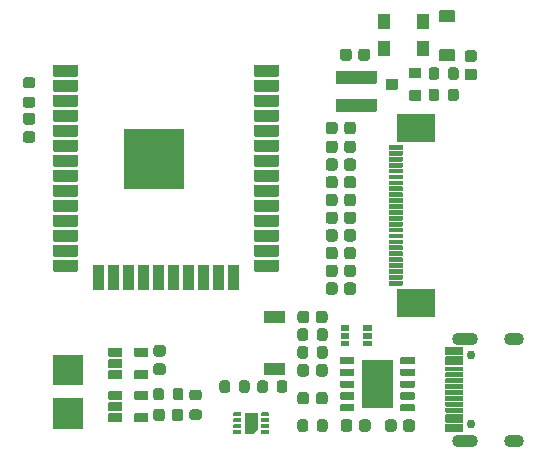
<source format=gbr>
%TF.GenerationSoftware,KiCad,Pcbnew,(5.1.8)-1*%
%TF.CreationDate,2021-08-10T17:59:01+08:00*%
%TF.ProjectId,smartdisplay,736d6172-7464-4697-9370-6c61792e6b69,rev?*%
%TF.SameCoordinates,Original*%
%TF.FileFunction,Soldermask,Top*%
%TF.FilePolarity,Negative*%
%FSLAX46Y46*%
G04 Gerber Fmt 4.6, Leading zero omitted, Abs format (unit mm)*
G04 Created by KiCad (PCBNEW (5.1.8)-1) date 2021-08-10 17:59:01*
%MOMM*%
%LPD*%
G01*
G04 APERTURE LIST*
%ADD10C,0.350000*%
%ADD11O,2.200000X1.100000*%
%ADD12C,0.750000*%
%ADD13O,1.700000X1.100000*%
G04 APERTURE END LIST*
%TO.C,C9*%
G36*
G01*
X194525000Y-67575000D02*
X195075000Y-67575000D01*
G75*
G02*
X195325000Y-67825000I0J-250000D01*
G01*
X195325000Y-68325000D01*
G75*
G02*
X195075000Y-68575000I-250000J0D01*
G01*
X194525000Y-68575000D01*
G75*
G02*
X194275000Y-68325000I0J250000D01*
G01*
X194275000Y-67825000D01*
G75*
G02*
X194525000Y-67575000I250000J0D01*
G01*
G37*
G36*
G01*
X194525000Y-66025000D02*
X195075000Y-66025000D01*
G75*
G02*
X195325000Y-66275000I0J-250000D01*
G01*
X195325000Y-66775000D01*
G75*
G02*
X195075000Y-67025000I-250000J0D01*
G01*
X194525000Y-67025000D01*
G75*
G02*
X194275000Y-66775000I0J250000D01*
G01*
X194275000Y-66275000D01*
G75*
G02*
X194525000Y-66025000I250000J0D01*
G01*
G37*
%TD*%
%TO.C,L1*%
G36*
G01*
X186800000Y-68855000D02*
X183400000Y-68855000D01*
G75*
G02*
X183350000Y-68805000I0J50000D01*
G01*
X183350000Y-67825000D01*
G75*
G02*
X183400000Y-67775000I50000J0D01*
G01*
X186800000Y-67775000D01*
G75*
G02*
X186850000Y-67825000I0J-50000D01*
G01*
X186850000Y-68805000D01*
G75*
G02*
X186800000Y-68855000I-50000J0D01*
G01*
G37*
G36*
G01*
X186800000Y-71225000D02*
X183400000Y-71225000D01*
G75*
G02*
X183350000Y-71175000I0J50000D01*
G01*
X183350000Y-70195000D01*
G75*
G02*
X183400000Y-70145000I50000J0D01*
G01*
X186800000Y-70145000D01*
G75*
G02*
X186850000Y-70195000I0J-50000D01*
G01*
X186850000Y-71175000D01*
G75*
G02*
X186800000Y-71225000I-50000J0D01*
G01*
G37*
%TD*%
%TO.C,R5*%
G36*
G01*
X192875000Y-68300000D02*
X192875000Y-67700000D01*
G75*
G02*
X193100000Y-67475000I225000J0D01*
G01*
X193550000Y-67475000D01*
G75*
G02*
X193775000Y-67700000I0J-225000D01*
G01*
X193775000Y-68300000D01*
G75*
G02*
X193550000Y-68525000I-225000J0D01*
G01*
X193100000Y-68525000D01*
G75*
G02*
X192875000Y-68300000I0J225000D01*
G01*
G37*
G36*
G01*
X191225000Y-68300000D02*
X191225000Y-67700000D01*
G75*
G02*
X191450000Y-67475000I225000J0D01*
G01*
X191900000Y-67475000D01*
G75*
G02*
X192125000Y-67700000I0J-225000D01*
G01*
X192125000Y-68300000D01*
G75*
G02*
X191900000Y-68525000I-225000J0D01*
G01*
X191450000Y-68525000D01*
G75*
G02*
X191225000Y-68300000I0J225000D01*
G01*
G37*
%TD*%
%TO.C,R4*%
G36*
G01*
X192875000Y-70100000D02*
X192875000Y-69500000D01*
G75*
G02*
X193100000Y-69275000I225000J0D01*
G01*
X193550000Y-69275000D01*
G75*
G02*
X193775000Y-69500000I0J-225000D01*
G01*
X193775000Y-70100000D01*
G75*
G02*
X193550000Y-70325000I-225000J0D01*
G01*
X193100000Y-70325000D01*
G75*
G02*
X192875000Y-70100000I0J225000D01*
G01*
G37*
G36*
G01*
X191225000Y-70100000D02*
X191225000Y-69500000D01*
G75*
G02*
X191450000Y-69275000I225000J0D01*
G01*
X191900000Y-69275000D01*
G75*
G02*
X192125000Y-69500000I0J-225000D01*
G01*
X192125000Y-70100000D01*
G75*
G02*
X191900000Y-70325000I-225000J0D01*
G01*
X191450000Y-70325000D01*
G75*
G02*
X191225000Y-70100000I0J225000D01*
G01*
G37*
%TD*%
%TO.C,Q1*%
G36*
G01*
X188600000Y-68500000D02*
X188600000Y-69300000D01*
G75*
G02*
X188550000Y-69350000I-50000J0D01*
G01*
X187650000Y-69350000D01*
G75*
G02*
X187600000Y-69300000I0J50000D01*
G01*
X187600000Y-68500000D01*
G75*
G02*
X187650000Y-68450000I50000J0D01*
G01*
X188550000Y-68450000D01*
G75*
G02*
X188600000Y-68500000I0J-50000D01*
G01*
G37*
G36*
G01*
X190600000Y-67550000D02*
X190600000Y-68350000D01*
G75*
G02*
X190550000Y-68400000I-50000J0D01*
G01*
X189650000Y-68400000D01*
G75*
G02*
X189600000Y-68350000I0J50000D01*
G01*
X189600000Y-67550000D01*
G75*
G02*
X189650000Y-67500000I50000J0D01*
G01*
X190550000Y-67500000D01*
G75*
G02*
X190600000Y-67550000I0J-50000D01*
G01*
G37*
G36*
G01*
X190600000Y-69450000D02*
X190600000Y-70250000D01*
G75*
G02*
X190550000Y-70300000I-50000J0D01*
G01*
X189650000Y-70300000D01*
G75*
G02*
X189600000Y-70250000I0J50000D01*
G01*
X189600000Y-69450000D01*
G75*
G02*
X189650000Y-69400000I50000J0D01*
G01*
X190550000Y-69400000D01*
G75*
G02*
X190600000Y-69450000I0J-50000D01*
G01*
G37*
%TD*%
%TO.C,D5*%
G36*
G01*
X193400000Y-63650000D02*
X192200000Y-63650000D01*
G75*
G02*
X192150000Y-63600000I0J50000D01*
G01*
X192150000Y-62700000D01*
G75*
G02*
X192200000Y-62650000I50000J0D01*
G01*
X193400000Y-62650000D01*
G75*
G02*
X193450000Y-62700000I0J-50000D01*
G01*
X193450000Y-63600000D01*
G75*
G02*
X193400000Y-63650000I-50000J0D01*
G01*
G37*
G36*
G01*
X193400000Y-66950000D02*
X192200000Y-66950000D01*
G75*
G02*
X192150000Y-66900000I0J50000D01*
G01*
X192150000Y-66000000D01*
G75*
G02*
X192200000Y-65950000I50000J0D01*
G01*
X193400000Y-65950000D01*
G75*
G02*
X193450000Y-66000000I0J-50000D01*
G01*
X193450000Y-66900000D01*
G75*
G02*
X193400000Y-66950000I-50000J0D01*
G01*
G37*
%TD*%
%TO.C,D1*%
G36*
G01*
X190250000Y-66500000D02*
X190250000Y-65300000D01*
G75*
G02*
X190300000Y-65250000I50000J0D01*
G01*
X191200000Y-65250000D01*
G75*
G02*
X191250000Y-65300000I0J-50000D01*
G01*
X191250000Y-66500000D01*
G75*
G02*
X191200000Y-66550000I-50000J0D01*
G01*
X190300000Y-66550000D01*
G75*
G02*
X190250000Y-66500000I0J50000D01*
G01*
G37*
G36*
G01*
X186950000Y-66500000D02*
X186950000Y-65300000D01*
G75*
G02*
X187000000Y-65250000I50000J0D01*
G01*
X187900000Y-65250000D01*
G75*
G02*
X187950000Y-65300000I0J-50000D01*
G01*
X187950000Y-66500000D01*
G75*
G02*
X187900000Y-66550000I-50000J0D01*
G01*
X187000000Y-66550000D01*
G75*
G02*
X186950000Y-66500000I0J50000D01*
G01*
G37*
%TD*%
%TO.C,D4*%
G36*
G01*
X187950000Y-63000000D02*
X187950000Y-64200000D01*
G75*
G02*
X187900000Y-64250000I-50000J0D01*
G01*
X187000000Y-64250000D01*
G75*
G02*
X186950000Y-64200000I0J50000D01*
G01*
X186950000Y-63000000D01*
G75*
G02*
X187000000Y-62950000I50000J0D01*
G01*
X187900000Y-62950000D01*
G75*
G02*
X187950000Y-63000000I0J-50000D01*
G01*
G37*
G36*
G01*
X191250000Y-63000000D02*
X191250000Y-64200000D01*
G75*
G02*
X191200000Y-64250000I-50000J0D01*
G01*
X190300000Y-64250000D01*
G75*
G02*
X190250000Y-64200000I0J50000D01*
G01*
X190250000Y-63000000D01*
G75*
G02*
X190300000Y-62950000I50000J0D01*
G01*
X191200000Y-62950000D01*
G75*
G02*
X191250000Y-63000000I0J-50000D01*
G01*
G37*
%TD*%
%TO.C,C15*%
G36*
G01*
X183525000Y-85925000D02*
X183525000Y-86475000D01*
G75*
G02*
X183275000Y-86725000I-250000J0D01*
G01*
X182775000Y-86725000D01*
G75*
G02*
X182525000Y-86475000I0J250000D01*
G01*
X182525000Y-85925000D01*
G75*
G02*
X182775000Y-85675000I250000J0D01*
G01*
X183275000Y-85675000D01*
G75*
G02*
X183525000Y-85925000I0J-250000D01*
G01*
G37*
G36*
G01*
X185075000Y-85925000D02*
X185075000Y-86475000D01*
G75*
G02*
X184825000Y-86725000I-250000J0D01*
G01*
X184325000Y-86725000D01*
G75*
G02*
X184075000Y-86475000I0J250000D01*
G01*
X184075000Y-85925000D01*
G75*
G02*
X184325000Y-85675000I250000J0D01*
G01*
X184825000Y-85675000D01*
G75*
G02*
X185075000Y-85925000I0J-250000D01*
G01*
G37*
%TD*%
%TO.C,C14*%
G36*
G01*
X183525000Y-84425000D02*
X183525000Y-84975000D01*
G75*
G02*
X183275000Y-85225000I-250000J0D01*
G01*
X182775000Y-85225000D01*
G75*
G02*
X182525000Y-84975000I0J250000D01*
G01*
X182525000Y-84425000D01*
G75*
G02*
X182775000Y-84175000I250000J0D01*
G01*
X183275000Y-84175000D01*
G75*
G02*
X183525000Y-84425000I0J-250000D01*
G01*
G37*
G36*
G01*
X185075000Y-84425000D02*
X185075000Y-84975000D01*
G75*
G02*
X184825000Y-85225000I-250000J0D01*
G01*
X184325000Y-85225000D01*
G75*
G02*
X184075000Y-84975000I0J250000D01*
G01*
X184075000Y-84425000D01*
G75*
G02*
X184325000Y-84175000I250000J0D01*
G01*
X184825000Y-84175000D01*
G75*
G02*
X185075000Y-84425000I0J-250000D01*
G01*
G37*
%TD*%
%TO.C,C13*%
G36*
G01*
X183525000Y-82925000D02*
X183525000Y-83475000D01*
G75*
G02*
X183275000Y-83725000I-250000J0D01*
G01*
X182775000Y-83725000D01*
G75*
G02*
X182525000Y-83475000I0J250000D01*
G01*
X182525000Y-82925000D01*
G75*
G02*
X182775000Y-82675000I250000J0D01*
G01*
X183275000Y-82675000D01*
G75*
G02*
X183525000Y-82925000I0J-250000D01*
G01*
G37*
G36*
G01*
X185075000Y-82925000D02*
X185075000Y-83475000D01*
G75*
G02*
X184825000Y-83725000I-250000J0D01*
G01*
X184325000Y-83725000D01*
G75*
G02*
X184075000Y-83475000I0J250000D01*
G01*
X184075000Y-82925000D01*
G75*
G02*
X184325000Y-82675000I250000J0D01*
G01*
X184825000Y-82675000D01*
G75*
G02*
X185075000Y-82925000I0J-250000D01*
G01*
G37*
%TD*%
%TO.C,C12*%
G36*
G01*
X183525000Y-81425000D02*
X183525000Y-81975000D01*
G75*
G02*
X183275000Y-82225000I-250000J0D01*
G01*
X182775000Y-82225000D01*
G75*
G02*
X182525000Y-81975000I0J250000D01*
G01*
X182525000Y-81425000D01*
G75*
G02*
X182775000Y-81175000I250000J0D01*
G01*
X183275000Y-81175000D01*
G75*
G02*
X183525000Y-81425000I0J-250000D01*
G01*
G37*
G36*
G01*
X185075000Y-81425000D02*
X185075000Y-81975000D01*
G75*
G02*
X184825000Y-82225000I-250000J0D01*
G01*
X184325000Y-82225000D01*
G75*
G02*
X184075000Y-81975000I0J250000D01*
G01*
X184075000Y-81425000D01*
G75*
G02*
X184325000Y-81175000I250000J0D01*
G01*
X184825000Y-81175000D01*
G75*
G02*
X185075000Y-81425000I0J-250000D01*
G01*
G37*
%TD*%
%TO.C,C11*%
G36*
G01*
X183525000Y-79925000D02*
X183525000Y-80475000D01*
G75*
G02*
X183275000Y-80725000I-250000J0D01*
G01*
X182775000Y-80725000D01*
G75*
G02*
X182525000Y-80475000I0J250000D01*
G01*
X182525000Y-79925000D01*
G75*
G02*
X182775000Y-79675000I250000J0D01*
G01*
X183275000Y-79675000D01*
G75*
G02*
X183525000Y-79925000I0J-250000D01*
G01*
G37*
G36*
G01*
X185075000Y-79925000D02*
X185075000Y-80475000D01*
G75*
G02*
X184825000Y-80725000I-250000J0D01*
G01*
X184325000Y-80725000D01*
G75*
G02*
X184075000Y-80475000I0J250000D01*
G01*
X184075000Y-79925000D01*
G75*
G02*
X184325000Y-79675000I250000J0D01*
G01*
X184825000Y-79675000D01*
G75*
G02*
X185075000Y-79925000I0J-250000D01*
G01*
G37*
%TD*%
%TO.C,C10*%
G36*
G01*
X183525000Y-78425000D02*
X183525000Y-78975000D01*
G75*
G02*
X183275000Y-79225000I-250000J0D01*
G01*
X182775000Y-79225000D01*
G75*
G02*
X182525000Y-78975000I0J250000D01*
G01*
X182525000Y-78425000D01*
G75*
G02*
X182775000Y-78175000I250000J0D01*
G01*
X183275000Y-78175000D01*
G75*
G02*
X183525000Y-78425000I0J-250000D01*
G01*
G37*
G36*
G01*
X185075000Y-78425000D02*
X185075000Y-78975000D01*
G75*
G02*
X184825000Y-79225000I-250000J0D01*
G01*
X184325000Y-79225000D01*
G75*
G02*
X184075000Y-78975000I0J250000D01*
G01*
X184075000Y-78425000D01*
G75*
G02*
X184325000Y-78175000I250000J0D01*
G01*
X184825000Y-78175000D01*
G75*
G02*
X185075000Y-78425000I0J-250000D01*
G01*
G37*
%TD*%
%TO.C,C8*%
G36*
G01*
X184075000Y-72875000D02*
X184075000Y-72325000D01*
G75*
G02*
X184325000Y-72075000I250000J0D01*
G01*
X184825000Y-72075000D01*
G75*
G02*
X185075000Y-72325000I0J-250000D01*
G01*
X185075000Y-72875000D01*
G75*
G02*
X184825000Y-73125000I-250000J0D01*
G01*
X184325000Y-73125000D01*
G75*
G02*
X184075000Y-72875000I0J250000D01*
G01*
G37*
G36*
G01*
X182525000Y-72875000D02*
X182525000Y-72325000D01*
G75*
G02*
X182775000Y-72075000I250000J0D01*
G01*
X183275000Y-72075000D01*
G75*
G02*
X183525000Y-72325000I0J-250000D01*
G01*
X183525000Y-72875000D01*
G75*
G02*
X183275000Y-73125000I-250000J0D01*
G01*
X182775000Y-73125000D01*
G75*
G02*
X182525000Y-72875000I0J250000D01*
G01*
G37*
%TD*%
%TO.C,C7*%
G36*
G01*
X183525000Y-76925000D02*
X183525000Y-77475000D01*
G75*
G02*
X183275000Y-77725000I-250000J0D01*
G01*
X182775000Y-77725000D01*
G75*
G02*
X182525000Y-77475000I0J250000D01*
G01*
X182525000Y-76925000D01*
G75*
G02*
X182775000Y-76675000I250000J0D01*
G01*
X183275000Y-76675000D01*
G75*
G02*
X183525000Y-76925000I0J-250000D01*
G01*
G37*
G36*
G01*
X185075000Y-76925000D02*
X185075000Y-77475000D01*
G75*
G02*
X184825000Y-77725000I-250000J0D01*
G01*
X184325000Y-77725000D01*
G75*
G02*
X184075000Y-77475000I0J250000D01*
G01*
X184075000Y-76925000D01*
G75*
G02*
X184325000Y-76675000I250000J0D01*
G01*
X184825000Y-76675000D01*
G75*
G02*
X185075000Y-76925000I0J-250000D01*
G01*
G37*
%TD*%
%TO.C,C4*%
G36*
G01*
X184725000Y-66125000D02*
X184725000Y-66675000D01*
G75*
G02*
X184475000Y-66925000I-250000J0D01*
G01*
X183975000Y-66925000D01*
G75*
G02*
X183725000Y-66675000I0J250000D01*
G01*
X183725000Y-66125000D01*
G75*
G02*
X183975000Y-65875000I250000J0D01*
G01*
X184475000Y-65875000D01*
G75*
G02*
X184725000Y-66125000I0J-250000D01*
G01*
G37*
G36*
G01*
X186275000Y-66125000D02*
X186275000Y-66675000D01*
G75*
G02*
X186025000Y-66925000I-250000J0D01*
G01*
X185525000Y-66925000D01*
G75*
G02*
X185275000Y-66675000I0J250000D01*
G01*
X185275000Y-66125000D01*
G75*
G02*
X185525000Y-65875000I250000J0D01*
G01*
X186025000Y-65875000D01*
G75*
G02*
X186275000Y-66125000I0J-250000D01*
G01*
G37*
%TD*%
%TO.C,C2*%
G36*
G01*
X183525000Y-75425000D02*
X183525000Y-75975000D01*
G75*
G02*
X183275000Y-76225000I-250000J0D01*
G01*
X182775000Y-76225000D01*
G75*
G02*
X182525000Y-75975000I0J250000D01*
G01*
X182525000Y-75425000D01*
G75*
G02*
X182775000Y-75175000I250000J0D01*
G01*
X183275000Y-75175000D01*
G75*
G02*
X183525000Y-75425000I0J-250000D01*
G01*
G37*
G36*
G01*
X185075000Y-75425000D02*
X185075000Y-75975000D01*
G75*
G02*
X184825000Y-76225000I-250000J0D01*
G01*
X184325000Y-76225000D01*
G75*
G02*
X184075000Y-75975000I0J250000D01*
G01*
X184075000Y-75425000D01*
G75*
G02*
X184325000Y-75175000I250000J0D01*
G01*
X184825000Y-75175000D01*
G75*
G02*
X185075000Y-75425000I0J-250000D01*
G01*
G37*
%TD*%
%TO.C,C1*%
G36*
G01*
X183525000Y-73925000D02*
X183525000Y-74475000D01*
G75*
G02*
X183275000Y-74725000I-250000J0D01*
G01*
X182775000Y-74725000D01*
G75*
G02*
X182525000Y-74475000I0J250000D01*
G01*
X182525000Y-73925000D01*
G75*
G02*
X182775000Y-73675000I250000J0D01*
G01*
X183275000Y-73675000D01*
G75*
G02*
X183525000Y-73925000I0J-250000D01*
G01*
G37*
G36*
G01*
X185075000Y-73925000D02*
X185075000Y-74475000D01*
G75*
G02*
X184825000Y-74725000I-250000J0D01*
G01*
X184325000Y-74725000D01*
G75*
G02*
X184075000Y-74475000I0J250000D01*
G01*
X184075000Y-73925000D01*
G75*
G02*
X184325000Y-73675000I250000J0D01*
G01*
X184825000Y-73675000D01*
G75*
G02*
X185075000Y-73925000I0J-250000D01*
G01*
G37*
%TD*%
%TO.C,U3*%
G36*
G01*
X191700000Y-73780000D02*
X188600000Y-73780000D01*
G75*
G02*
X188550000Y-73730000I0J50000D01*
G01*
X188550000Y-71430000D01*
G75*
G02*
X188600000Y-71380000I50000J0D01*
G01*
X191700000Y-71380000D01*
G75*
G02*
X191750000Y-71430000I0J-50000D01*
G01*
X191750000Y-73730000D01*
G75*
G02*
X191700000Y-73780000I-50000J0D01*
G01*
G37*
G36*
G01*
X191700000Y-88620000D02*
X188600000Y-88620000D01*
G75*
G02*
X188550000Y-88570000I0J50000D01*
G01*
X188550000Y-86270000D01*
G75*
G02*
X188600000Y-86220000I50000J0D01*
G01*
X191700000Y-86220000D01*
G75*
G02*
X191750000Y-86270000I0J-50000D01*
G01*
X191750000Y-88570000D01*
G75*
G02*
X191700000Y-88620000I-50000J0D01*
G01*
G37*
G36*
G01*
X189000000Y-74450000D02*
X187900000Y-74450000D01*
G75*
G02*
X187850000Y-74400000I0J50000D01*
G01*
X187850000Y-74100000D01*
G75*
G02*
X187900000Y-74050000I50000J0D01*
G01*
X189000000Y-74050000D01*
G75*
G02*
X189050000Y-74100000I0J-50000D01*
G01*
X189050000Y-74400000D01*
G75*
G02*
X189000000Y-74450000I-50000J0D01*
G01*
G37*
G36*
G01*
X189000000Y-74950000D02*
X187900000Y-74950000D01*
G75*
G02*
X187850000Y-74900000I0J50000D01*
G01*
X187850000Y-74600000D01*
G75*
G02*
X187900000Y-74550000I50000J0D01*
G01*
X189000000Y-74550000D01*
G75*
G02*
X189050000Y-74600000I0J-50000D01*
G01*
X189050000Y-74900000D01*
G75*
G02*
X189000000Y-74950000I-50000J0D01*
G01*
G37*
G36*
G01*
X189000000Y-75450000D02*
X187900000Y-75450000D01*
G75*
G02*
X187850000Y-75400000I0J50000D01*
G01*
X187850000Y-75100000D01*
G75*
G02*
X187900000Y-75050000I50000J0D01*
G01*
X189000000Y-75050000D01*
G75*
G02*
X189050000Y-75100000I0J-50000D01*
G01*
X189050000Y-75400000D01*
G75*
G02*
X189000000Y-75450000I-50000J0D01*
G01*
G37*
G36*
G01*
X189000000Y-75950000D02*
X187900000Y-75950000D01*
G75*
G02*
X187850000Y-75900000I0J50000D01*
G01*
X187850000Y-75600000D01*
G75*
G02*
X187900000Y-75550000I50000J0D01*
G01*
X189000000Y-75550000D01*
G75*
G02*
X189050000Y-75600000I0J-50000D01*
G01*
X189050000Y-75900000D01*
G75*
G02*
X189000000Y-75950000I-50000J0D01*
G01*
G37*
G36*
G01*
X189000000Y-76450000D02*
X187900000Y-76450000D01*
G75*
G02*
X187850000Y-76400000I0J50000D01*
G01*
X187850000Y-76100000D01*
G75*
G02*
X187900000Y-76050000I50000J0D01*
G01*
X189000000Y-76050000D01*
G75*
G02*
X189050000Y-76100000I0J-50000D01*
G01*
X189050000Y-76400000D01*
G75*
G02*
X189000000Y-76450000I-50000J0D01*
G01*
G37*
G36*
G01*
X189000000Y-76950000D02*
X187900000Y-76950000D01*
G75*
G02*
X187850000Y-76900000I0J50000D01*
G01*
X187850000Y-76600000D01*
G75*
G02*
X187900000Y-76550000I50000J0D01*
G01*
X189000000Y-76550000D01*
G75*
G02*
X189050000Y-76600000I0J-50000D01*
G01*
X189050000Y-76900000D01*
G75*
G02*
X189000000Y-76950000I-50000J0D01*
G01*
G37*
G36*
G01*
X189000000Y-77450000D02*
X187900000Y-77450000D01*
G75*
G02*
X187850000Y-77400000I0J50000D01*
G01*
X187850000Y-77100000D01*
G75*
G02*
X187900000Y-77050000I50000J0D01*
G01*
X189000000Y-77050000D01*
G75*
G02*
X189050000Y-77100000I0J-50000D01*
G01*
X189050000Y-77400000D01*
G75*
G02*
X189000000Y-77450000I-50000J0D01*
G01*
G37*
G36*
G01*
X189000000Y-77950000D02*
X187900000Y-77950000D01*
G75*
G02*
X187850000Y-77900000I0J50000D01*
G01*
X187850000Y-77600000D01*
G75*
G02*
X187900000Y-77550000I50000J0D01*
G01*
X189000000Y-77550000D01*
G75*
G02*
X189050000Y-77600000I0J-50000D01*
G01*
X189050000Y-77900000D01*
G75*
G02*
X189000000Y-77950000I-50000J0D01*
G01*
G37*
G36*
G01*
X189000000Y-78450000D02*
X187900000Y-78450000D01*
G75*
G02*
X187850000Y-78400000I0J50000D01*
G01*
X187850000Y-78100000D01*
G75*
G02*
X187900000Y-78050000I50000J0D01*
G01*
X189000000Y-78050000D01*
G75*
G02*
X189050000Y-78100000I0J-50000D01*
G01*
X189050000Y-78400000D01*
G75*
G02*
X189000000Y-78450000I-50000J0D01*
G01*
G37*
G36*
G01*
X189000000Y-78950000D02*
X187900000Y-78950000D01*
G75*
G02*
X187850000Y-78900000I0J50000D01*
G01*
X187850000Y-78600000D01*
G75*
G02*
X187900000Y-78550000I50000J0D01*
G01*
X189000000Y-78550000D01*
G75*
G02*
X189050000Y-78600000I0J-50000D01*
G01*
X189050000Y-78900000D01*
G75*
G02*
X189000000Y-78950000I-50000J0D01*
G01*
G37*
G36*
G01*
X189000000Y-79450000D02*
X187900000Y-79450000D01*
G75*
G02*
X187850000Y-79400000I0J50000D01*
G01*
X187850000Y-79100000D01*
G75*
G02*
X187900000Y-79050000I50000J0D01*
G01*
X189000000Y-79050000D01*
G75*
G02*
X189050000Y-79100000I0J-50000D01*
G01*
X189050000Y-79400000D01*
G75*
G02*
X189000000Y-79450000I-50000J0D01*
G01*
G37*
G36*
G01*
X189000000Y-79950000D02*
X187900000Y-79950000D01*
G75*
G02*
X187850000Y-79900000I0J50000D01*
G01*
X187850000Y-79600000D01*
G75*
G02*
X187900000Y-79550000I50000J0D01*
G01*
X189000000Y-79550000D01*
G75*
G02*
X189050000Y-79600000I0J-50000D01*
G01*
X189050000Y-79900000D01*
G75*
G02*
X189000000Y-79950000I-50000J0D01*
G01*
G37*
G36*
G01*
X189000000Y-80450000D02*
X187900000Y-80450000D01*
G75*
G02*
X187850000Y-80400000I0J50000D01*
G01*
X187850000Y-80100000D01*
G75*
G02*
X187900000Y-80050000I50000J0D01*
G01*
X189000000Y-80050000D01*
G75*
G02*
X189050000Y-80100000I0J-50000D01*
G01*
X189050000Y-80400000D01*
G75*
G02*
X189000000Y-80450000I-50000J0D01*
G01*
G37*
G36*
G01*
X189000000Y-80950000D02*
X187900000Y-80950000D01*
G75*
G02*
X187850000Y-80900000I0J50000D01*
G01*
X187850000Y-80600000D01*
G75*
G02*
X187900000Y-80550000I50000J0D01*
G01*
X189000000Y-80550000D01*
G75*
G02*
X189050000Y-80600000I0J-50000D01*
G01*
X189050000Y-80900000D01*
G75*
G02*
X189000000Y-80950000I-50000J0D01*
G01*
G37*
G36*
G01*
X189000000Y-81450000D02*
X187900000Y-81450000D01*
G75*
G02*
X187850000Y-81400000I0J50000D01*
G01*
X187850000Y-81100000D01*
G75*
G02*
X187900000Y-81050000I50000J0D01*
G01*
X189000000Y-81050000D01*
G75*
G02*
X189050000Y-81100000I0J-50000D01*
G01*
X189050000Y-81400000D01*
G75*
G02*
X189000000Y-81450000I-50000J0D01*
G01*
G37*
G36*
G01*
X189000000Y-81950000D02*
X187900000Y-81950000D01*
G75*
G02*
X187850000Y-81900000I0J50000D01*
G01*
X187850000Y-81600000D01*
G75*
G02*
X187900000Y-81550000I50000J0D01*
G01*
X189000000Y-81550000D01*
G75*
G02*
X189050000Y-81600000I0J-50000D01*
G01*
X189050000Y-81900000D01*
G75*
G02*
X189000000Y-81950000I-50000J0D01*
G01*
G37*
G36*
G01*
X189000000Y-82450000D02*
X187900000Y-82450000D01*
G75*
G02*
X187850000Y-82400000I0J50000D01*
G01*
X187850000Y-82100000D01*
G75*
G02*
X187900000Y-82050000I50000J0D01*
G01*
X189000000Y-82050000D01*
G75*
G02*
X189050000Y-82100000I0J-50000D01*
G01*
X189050000Y-82400000D01*
G75*
G02*
X189000000Y-82450000I-50000J0D01*
G01*
G37*
G36*
G01*
X189000000Y-82950000D02*
X187900000Y-82950000D01*
G75*
G02*
X187850000Y-82900000I0J50000D01*
G01*
X187850000Y-82600000D01*
G75*
G02*
X187900000Y-82550000I50000J0D01*
G01*
X189000000Y-82550000D01*
G75*
G02*
X189050000Y-82600000I0J-50000D01*
G01*
X189050000Y-82900000D01*
G75*
G02*
X189000000Y-82950000I-50000J0D01*
G01*
G37*
G36*
G01*
X189000000Y-83450000D02*
X187900000Y-83450000D01*
G75*
G02*
X187850000Y-83400000I0J50000D01*
G01*
X187850000Y-83100000D01*
G75*
G02*
X187900000Y-83050000I50000J0D01*
G01*
X189000000Y-83050000D01*
G75*
G02*
X189050000Y-83100000I0J-50000D01*
G01*
X189050000Y-83400000D01*
G75*
G02*
X189000000Y-83450000I-50000J0D01*
G01*
G37*
G36*
G01*
X189000000Y-83950000D02*
X187900000Y-83950000D01*
G75*
G02*
X187850000Y-83900000I0J50000D01*
G01*
X187850000Y-83600000D01*
G75*
G02*
X187900000Y-83550000I50000J0D01*
G01*
X189000000Y-83550000D01*
G75*
G02*
X189050000Y-83600000I0J-50000D01*
G01*
X189050000Y-83900000D01*
G75*
G02*
X189000000Y-83950000I-50000J0D01*
G01*
G37*
G36*
G01*
X189000000Y-84450000D02*
X187900000Y-84450000D01*
G75*
G02*
X187850000Y-84400000I0J50000D01*
G01*
X187850000Y-84100000D01*
G75*
G02*
X187900000Y-84050000I50000J0D01*
G01*
X189000000Y-84050000D01*
G75*
G02*
X189050000Y-84100000I0J-50000D01*
G01*
X189050000Y-84400000D01*
G75*
G02*
X189000000Y-84450000I-50000J0D01*
G01*
G37*
G36*
G01*
X189000000Y-84950000D02*
X187900000Y-84950000D01*
G75*
G02*
X187850000Y-84900000I0J50000D01*
G01*
X187850000Y-84600000D01*
G75*
G02*
X187900000Y-84550000I50000J0D01*
G01*
X189000000Y-84550000D01*
G75*
G02*
X189050000Y-84600000I0J-50000D01*
G01*
X189050000Y-84900000D01*
G75*
G02*
X189000000Y-84950000I-50000J0D01*
G01*
G37*
G36*
G01*
X189000000Y-85450000D02*
X187900000Y-85450000D01*
G75*
G02*
X187850000Y-85400000I0J50000D01*
G01*
X187850000Y-85100000D01*
G75*
G02*
X187900000Y-85050000I50000J0D01*
G01*
X189000000Y-85050000D01*
G75*
G02*
X189050000Y-85100000I0J-50000D01*
G01*
X189050000Y-85400000D01*
G75*
G02*
X189000000Y-85450000I-50000J0D01*
G01*
G37*
G36*
G01*
X189000000Y-85950000D02*
X187900000Y-85950000D01*
G75*
G02*
X187850000Y-85900000I0J50000D01*
G01*
X187850000Y-85600000D01*
G75*
G02*
X187900000Y-85550000I50000J0D01*
G01*
X189000000Y-85550000D01*
G75*
G02*
X189050000Y-85600000I0J-50000D01*
G01*
X189050000Y-85900000D01*
G75*
G02*
X189000000Y-85950000I-50000J0D01*
G01*
G37*
%TD*%
%TO.C,U5*%
G36*
G01*
X177700000Y-98225000D02*
X177700000Y-98475000D01*
G75*
G02*
X177650000Y-98525000I-50000J0D01*
G01*
X177100000Y-98525000D01*
G75*
G02*
X177050000Y-98475000I0J50000D01*
G01*
X177050000Y-98225000D01*
G75*
G02*
X177100000Y-98175000I50000J0D01*
G01*
X177650000Y-98175000D01*
G75*
G02*
X177700000Y-98225000I0J-50000D01*
G01*
G37*
G36*
G01*
X177700000Y-97725000D02*
X177700000Y-97975000D01*
G75*
G02*
X177650000Y-98025000I-50000J0D01*
G01*
X177100000Y-98025000D01*
G75*
G02*
X177050000Y-97975000I0J50000D01*
G01*
X177050000Y-97725000D01*
G75*
G02*
X177100000Y-97675000I50000J0D01*
G01*
X177650000Y-97675000D01*
G75*
G02*
X177700000Y-97725000I0J-50000D01*
G01*
G37*
G36*
G01*
X177700000Y-97225000D02*
X177700000Y-97475000D01*
G75*
G02*
X177650000Y-97525000I-50000J0D01*
G01*
X177100000Y-97525000D01*
G75*
G02*
X177050000Y-97475000I0J50000D01*
G01*
X177050000Y-97225000D01*
G75*
G02*
X177100000Y-97175000I50000J0D01*
G01*
X177650000Y-97175000D01*
G75*
G02*
X177700000Y-97225000I0J-50000D01*
G01*
G37*
G36*
G01*
X177050000Y-96975000D02*
X177050000Y-96725000D01*
G75*
G02*
X177100000Y-96675000I50000J0D01*
G01*
X177650000Y-96675000D01*
G75*
G02*
X177700000Y-96725000I0J-50000D01*
G01*
X177700000Y-96975000D01*
G75*
G02*
X177650000Y-97025000I-50000J0D01*
G01*
X177100000Y-97025000D01*
G75*
G02*
X177050000Y-96975000I0J50000D01*
G01*
G37*
G36*
G01*
X175350000Y-96725000D02*
X175350000Y-96975000D01*
G75*
G02*
X175300000Y-97025000I-50000J0D01*
G01*
X174750000Y-97025000D01*
G75*
G02*
X174700000Y-96975000I0J50000D01*
G01*
X174700000Y-96725000D01*
G75*
G02*
X174750000Y-96675000I50000J0D01*
G01*
X175300000Y-96675000D01*
G75*
G02*
X175350000Y-96725000I0J-50000D01*
G01*
G37*
G36*
G01*
X175350000Y-97225000D02*
X175350000Y-97475000D01*
G75*
G02*
X175300000Y-97525000I-50000J0D01*
G01*
X174750000Y-97525000D01*
G75*
G02*
X174700000Y-97475000I0J50000D01*
G01*
X174700000Y-97225000D01*
G75*
G02*
X174750000Y-97175000I50000J0D01*
G01*
X175300000Y-97175000D01*
G75*
G02*
X175350000Y-97225000I0J-50000D01*
G01*
G37*
G36*
G01*
X175350000Y-97725000D02*
X175350000Y-97975000D01*
G75*
G02*
X175300000Y-98025000I-50000J0D01*
G01*
X174750000Y-98025000D01*
G75*
G02*
X174700000Y-97975000I0J50000D01*
G01*
X174700000Y-97725000D01*
G75*
G02*
X174750000Y-97675000I50000J0D01*
G01*
X175300000Y-97675000D01*
G75*
G02*
X175350000Y-97725000I0J-50000D01*
G01*
G37*
G36*
G01*
X175350000Y-98225000D02*
X175350000Y-98475000D01*
G75*
G02*
X175300000Y-98525000I-50000J0D01*
G01*
X174750000Y-98525000D01*
G75*
G02*
X174700000Y-98475000I0J50000D01*
G01*
X174700000Y-98225000D01*
G75*
G02*
X174750000Y-98175000I50000J0D01*
G01*
X175300000Y-98175000D01*
G75*
G02*
X175350000Y-98225000I0J-50000D01*
G01*
G37*
D10*
G36*
X175690245Y-98499039D02*
G01*
X175680866Y-98496194D01*
X175672221Y-98491573D01*
X175664645Y-98485355D01*
X175658427Y-98477779D01*
X175653806Y-98469134D01*
X175650961Y-98459755D01*
X175650000Y-98450000D01*
X175650000Y-96750000D01*
X175650961Y-96740245D01*
X175653806Y-96730866D01*
X175658427Y-96722221D01*
X175664645Y-96714645D01*
X175672221Y-96708427D01*
X175680866Y-96703806D01*
X175690245Y-96700961D01*
X175700000Y-96700000D01*
X176700000Y-96700000D01*
X176709755Y-96700961D01*
X176719134Y-96703806D01*
X176727779Y-96708427D01*
X176735355Y-96714645D01*
X176741573Y-96722221D01*
X176746194Y-96730866D01*
X176749039Y-96740245D01*
X176750000Y-96750000D01*
X176750000Y-98150000D01*
X176749039Y-98159755D01*
X176746194Y-98169134D01*
X176741573Y-98177779D01*
X176735355Y-98185355D01*
X176435355Y-98485355D01*
X176427779Y-98491573D01*
X176419134Y-98496194D01*
X176409755Y-98499039D01*
X176400000Y-98500000D01*
X175700000Y-98500000D01*
X175690245Y-98499039D01*
G37*
%TD*%
%TO.C,R8*%
G36*
G01*
X177625000Y-94200000D02*
X177625000Y-94800000D01*
G75*
G02*
X177400000Y-95025000I-225000J0D01*
G01*
X176950000Y-95025000D01*
G75*
G02*
X176725000Y-94800000I0J225000D01*
G01*
X176725000Y-94200000D01*
G75*
G02*
X176950000Y-93975000I225000J0D01*
G01*
X177400000Y-93975000D01*
G75*
G02*
X177625000Y-94200000I0J-225000D01*
G01*
G37*
G36*
G01*
X179275000Y-94200000D02*
X179275000Y-94800000D01*
G75*
G02*
X179050000Y-95025000I-225000J0D01*
G01*
X178600000Y-95025000D01*
G75*
G02*
X178375000Y-94800000I0J225000D01*
G01*
X178375000Y-94200000D01*
G75*
G02*
X178600000Y-93975000I225000J0D01*
G01*
X179050000Y-93975000D01*
G75*
G02*
X179275000Y-94200000I0J-225000D01*
G01*
G37*
%TD*%
%TO.C,R7*%
G36*
G01*
X175175000Y-94800000D02*
X175175000Y-94200000D01*
G75*
G02*
X175400000Y-93975000I225000J0D01*
G01*
X175850000Y-93975000D01*
G75*
G02*
X176075000Y-94200000I0J-225000D01*
G01*
X176075000Y-94800000D01*
G75*
G02*
X175850000Y-95025000I-225000J0D01*
G01*
X175400000Y-95025000D01*
G75*
G02*
X175175000Y-94800000I0J225000D01*
G01*
G37*
G36*
G01*
X173525000Y-94800000D02*
X173525000Y-94200000D01*
G75*
G02*
X173750000Y-93975000I225000J0D01*
G01*
X174200000Y-93975000D01*
G75*
G02*
X174425000Y-94200000I0J-225000D01*
G01*
X174425000Y-94800000D01*
G75*
G02*
X174200000Y-95025000I-225000J0D01*
G01*
X173750000Y-95025000D01*
G75*
G02*
X173525000Y-94800000I0J225000D01*
G01*
G37*
%TD*%
%TO.C,J2*%
G36*
G01*
X194130000Y-91850000D02*
X192680000Y-91850000D01*
G75*
G02*
X192630000Y-91800000I0J50000D01*
G01*
X192630000Y-91200000D01*
G75*
G02*
X192680000Y-91150000I50000J0D01*
G01*
X194130000Y-91150000D01*
G75*
G02*
X194180000Y-91200000I0J-50000D01*
G01*
X194180000Y-91800000D01*
G75*
G02*
X194130000Y-91850000I-50000J0D01*
G01*
G37*
G36*
G01*
X194130000Y-92650000D02*
X192680000Y-92650000D01*
G75*
G02*
X192630000Y-92600000I0J50000D01*
G01*
X192630000Y-92000000D01*
G75*
G02*
X192680000Y-91950000I50000J0D01*
G01*
X194130000Y-91950000D01*
G75*
G02*
X194180000Y-92000000I0J-50000D01*
G01*
X194180000Y-92600000D01*
G75*
G02*
X194130000Y-92650000I-50000J0D01*
G01*
G37*
G36*
G01*
X194130000Y-97550000D02*
X192680000Y-97550000D01*
G75*
G02*
X192630000Y-97500000I0J50000D01*
G01*
X192630000Y-96900000D01*
G75*
G02*
X192680000Y-96850000I50000J0D01*
G01*
X194130000Y-96850000D01*
G75*
G02*
X194180000Y-96900000I0J-50000D01*
G01*
X194180000Y-97500000D01*
G75*
G02*
X194130000Y-97550000I-50000J0D01*
G01*
G37*
G36*
G01*
X194130000Y-98350000D02*
X192680000Y-98350000D01*
G75*
G02*
X192630000Y-98300000I0J50000D01*
G01*
X192630000Y-97700000D01*
G75*
G02*
X192680000Y-97650000I50000J0D01*
G01*
X194130000Y-97650000D01*
G75*
G02*
X194180000Y-97700000I0J-50000D01*
G01*
X194180000Y-98300000D01*
G75*
G02*
X194130000Y-98350000I-50000J0D01*
G01*
G37*
G36*
G01*
X194130000Y-98350000D02*
X192680000Y-98350000D01*
G75*
G02*
X192630000Y-98300000I0J50000D01*
G01*
X192630000Y-97700000D01*
G75*
G02*
X192680000Y-97650000I50000J0D01*
G01*
X194130000Y-97650000D01*
G75*
G02*
X194180000Y-97700000I0J-50000D01*
G01*
X194180000Y-98300000D01*
G75*
G02*
X194130000Y-98350000I-50000J0D01*
G01*
G37*
G36*
G01*
X194130000Y-97550000D02*
X192680000Y-97550000D01*
G75*
G02*
X192630000Y-97500000I0J50000D01*
G01*
X192630000Y-96900000D01*
G75*
G02*
X192680000Y-96850000I50000J0D01*
G01*
X194130000Y-96850000D01*
G75*
G02*
X194180000Y-96900000I0J-50000D01*
G01*
X194180000Y-97500000D01*
G75*
G02*
X194130000Y-97550000I-50000J0D01*
G01*
G37*
G36*
G01*
X194130000Y-92650000D02*
X192680000Y-92650000D01*
G75*
G02*
X192630000Y-92600000I0J50000D01*
G01*
X192630000Y-92000000D01*
G75*
G02*
X192680000Y-91950000I50000J0D01*
G01*
X194130000Y-91950000D01*
G75*
G02*
X194180000Y-92000000I0J-50000D01*
G01*
X194180000Y-92600000D01*
G75*
G02*
X194130000Y-92650000I-50000J0D01*
G01*
G37*
G36*
G01*
X194130000Y-91850000D02*
X192680000Y-91850000D01*
G75*
G02*
X192630000Y-91800000I0J50000D01*
G01*
X192630000Y-91200000D01*
G75*
G02*
X192680000Y-91150000I50000J0D01*
G01*
X194130000Y-91150000D01*
G75*
G02*
X194180000Y-91200000I0J-50000D01*
G01*
X194180000Y-91800000D01*
G75*
G02*
X194130000Y-91850000I-50000J0D01*
G01*
G37*
G36*
G01*
X194130000Y-96700000D02*
X192680000Y-96700000D01*
G75*
G02*
X192630000Y-96650000I0J50000D01*
G01*
X192630000Y-96350000D01*
G75*
G02*
X192680000Y-96300000I50000J0D01*
G01*
X194130000Y-96300000D01*
G75*
G02*
X194180000Y-96350000I0J-50000D01*
G01*
X194180000Y-96650000D01*
G75*
G02*
X194130000Y-96700000I-50000J0D01*
G01*
G37*
G36*
G01*
X194130000Y-96200000D02*
X192680000Y-96200000D01*
G75*
G02*
X192630000Y-96150000I0J50000D01*
G01*
X192630000Y-95850000D01*
G75*
G02*
X192680000Y-95800000I50000J0D01*
G01*
X194130000Y-95800000D01*
G75*
G02*
X194180000Y-95850000I0J-50000D01*
G01*
X194180000Y-96150000D01*
G75*
G02*
X194130000Y-96200000I-50000J0D01*
G01*
G37*
G36*
G01*
X194130000Y-95700000D02*
X192680000Y-95700000D01*
G75*
G02*
X192630000Y-95650000I0J50000D01*
G01*
X192630000Y-95350000D01*
G75*
G02*
X192680000Y-95300000I50000J0D01*
G01*
X194130000Y-95300000D01*
G75*
G02*
X194180000Y-95350000I0J-50000D01*
G01*
X194180000Y-95650000D01*
G75*
G02*
X194130000Y-95700000I-50000J0D01*
G01*
G37*
G36*
G01*
X194130000Y-94700000D02*
X192680000Y-94700000D01*
G75*
G02*
X192630000Y-94650000I0J50000D01*
G01*
X192630000Y-94350000D01*
G75*
G02*
X192680000Y-94300000I50000J0D01*
G01*
X194130000Y-94300000D01*
G75*
G02*
X194180000Y-94350000I0J-50000D01*
G01*
X194180000Y-94650000D01*
G75*
G02*
X194130000Y-94700000I-50000J0D01*
G01*
G37*
G36*
G01*
X194130000Y-94200000D02*
X192680000Y-94200000D01*
G75*
G02*
X192630000Y-94150000I0J50000D01*
G01*
X192630000Y-93850000D01*
G75*
G02*
X192680000Y-93800000I50000J0D01*
G01*
X194130000Y-93800000D01*
G75*
G02*
X194180000Y-93850000I0J-50000D01*
G01*
X194180000Y-94150000D01*
G75*
G02*
X194130000Y-94200000I-50000J0D01*
G01*
G37*
G36*
G01*
X194130000Y-93700000D02*
X192680000Y-93700000D01*
G75*
G02*
X192630000Y-93650000I0J50000D01*
G01*
X192630000Y-93350000D01*
G75*
G02*
X192680000Y-93300000I50000J0D01*
G01*
X194130000Y-93300000D01*
G75*
G02*
X194180000Y-93350000I0J-50000D01*
G01*
X194180000Y-93650000D01*
G75*
G02*
X194130000Y-93700000I-50000J0D01*
G01*
G37*
G36*
G01*
X194130000Y-93200000D02*
X192680000Y-93200000D01*
G75*
G02*
X192630000Y-93150000I0J50000D01*
G01*
X192630000Y-92850000D01*
G75*
G02*
X192680000Y-92800000I50000J0D01*
G01*
X194130000Y-92800000D01*
G75*
G02*
X194180000Y-92850000I0J-50000D01*
G01*
X194180000Y-93150000D01*
G75*
G02*
X194130000Y-93200000I-50000J0D01*
G01*
G37*
G36*
G01*
X194130000Y-95200000D02*
X192680000Y-95200000D01*
G75*
G02*
X192630000Y-95150000I0J50000D01*
G01*
X192630000Y-94850000D01*
G75*
G02*
X192680000Y-94800000I50000J0D01*
G01*
X194130000Y-94800000D01*
G75*
G02*
X194180000Y-94850000I0J-50000D01*
G01*
X194180000Y-95150000D01*
G75*
G02*
X194130000Y-95200000I-50000J0D01*
G01*
G37*
D11*
X194320000Y-90430000D03*
X194320000Y-99070000D03*
D12*
X194850000Y-97640000D03*
D13*
X198500000Y-99070000D03*
D12*
X194850000Y-91860000D03*
D13*
X198500000Y-90430000D03*
%TD*%
%TO.C,R6*%
G36*
G01*
X181025000Y-89800000D02*
X181025000Y-90400000D01*
G75*
G02*
X180800000Y-90625000I-225000J0D01*
G01*
X180350000Y-90625000D01*
G75*
G02*
X180125000Y-90400000I0J225000D01*
G01*
X180125000Y-89800000D01*
G75*
G02*
X180350000Y-89575000I225000J0D01*
G01*
X180800000Y-89575000D01*
G75*
G02*
X181025000Y-89800000I0J-225000D01*
G01*
G37*
G36*
G01*
X182675000Y-89800000D02*
X182675000Y-90400000D01*
G75*
G02*
X182450000Y-90625000I-225000J0D01*
G01*
X182000000Y-90625000D01*
G75*
G02*
X181775000Y-90400000I0J225000D01*
G01*
X181775000Y-89800000D01*
G75*
G02*
X182000000Y-89575000I225000J0D01*
G01*
X182450000Y-89575000D01*
G75*
G02*
X182675000Y-89800000I0J-225000D01*
G01*
G37*
%TD*%
%TO.C,D6*%
G36*
G01*
X168900000Y-96618750D02*
X168900000Y-97181250D01*
G75*
G02*
X168656250Y-97425000I-243750J0D01*
G01*
X168168750Y-97425000D01*
G75*
G02*
X167925000Y-97181250I0J243750D01*
G01*
X167925000Y-96618750D01*
G75*
G02*
X168168750Y-96375000I243750J0D01*
G01*
X168656250Y-96375000D01*
G75*
G02*
X168900000Y-96618750I0J-243750D01*
G01*
G37*
G36*
G01*
X170475000Y-96618750D02*
X170475000Y-97181250D01*
G75*
G02*
X170231250Y-97425000I-243750J0D01*
G01*
X169743750Y-97425000D01*
G75*
G02*
X169500000Y-97181250I0J243750D01*
G01*
X169500000Y-96618750D01*
G75*
G02*
X169743750Y-96375000I243750J0D01*
G01*
X170231250Y-96375000D01*
G75*
G02*
X170475000Y-96618750I0J-243750D01*
G01*
G37*
%TD*%
%TO.C,D3*%
G36*
G01*
X181100000Y-92838750D02*
X181100000Y-93401250D01*
G75*
G02*
X180856250Y-93645000I-243750J0D01*
G01*
X180368750Y-93645000D01*
G75*
G02*
X180125000Y-93401250I0J243750D01*
G01*
X180125000Y-92838750D01*
G75*
G02*
X180368750Y-92595000I243750J0D01*
G01*
X180856250Y-92595000D01*
G75*
G02*
X181100000Y-92838750I0J-243750D01*
G01*
G37*
G36*
G01*
X182675000Y-92838750D02*
X182675000Y-93401250D01*
G75*
G02*
X182431250Y-93645000I-243750J0D01*
G01*
X181943750Y-93645000D01*
G75*
G02*
X181700000Y-93401250I0J243750D01*
G01*
X181700000Y-92838750D01*
G75*
G02*
X181943750Y-92595000I243750J0D01*
G01*
X182431250Y-92595000D01*
G75*
G02*
X182675000Y-92838750I0J-243750D01*
G01*
G37*
%TD*%
%TO.C,D2*%
G36*
G01*
X181100000Y-95198750D02*
X181100000Y-95761250D01*
G75*
G02*
X180856250Y-96005000I-243750J0D01*
G01*
X180368750Y-96005000D01*
G75*
G02*
X180125000Y-95761250I0J243750D01*
G01*
X180125000Y-95198750D01*
G75*
G02*
X180368750Y-94955000I243750J0D01*
G01*
X180856250Y-94955000D01*
G75*
G02*
X181100000Y-95198750I0J-243750D01*
G01*
G37*
G36*
G01*
X182675000Y-95198750D02*
X182675000Y-95761250D01*
G75*
G02*
X182431250Y-96005000I-243750J0D01*
G01*
X181943750Y-96005000D01*
G75*
G02*
X181700000Y-95761250I0J243750D01*
G01*
X181700000Y-95198750D01*
G75*
G02*
X181943750Y-94955000I243750J0D01*
G01*
X182431250Y-94955000D01*
G75*
G02*
X182675000Y-95198750I0J-243750D01*
G01*
G37*
%TD*%
%TO.C,C5*%
G36*
G01*
X189075000Y-98075000D02*
X189075000Y-97525000D01*
G75*
G02*
X189325000Y-97275000I250000J0D01*
G01*
X189825000Y-97275000D01*
G75*
G02*
X190075000Y-97525000I0J-250000D01*
G01*
X190075000Y-98075000D01*
G75*
G02*
X189825000Y-98325000I-250000J0D01*
G01*
X189325000Y-98325000D01*
G75*
G02*
X189075000Y-98075000I0J250000D01*
G01*
G37*
G36*
G01*
X187525000Y-98075000D02*
X187525000Y-97525000D01*
G75*
G02*
X187775000Y-97275000I250000J0D01*
G01*
X188275000Y-97275000D01*
G75*
G02*
X188525000Y-97525000I0J-250000D01*
G01*
X188525000Y-98075000D01*
G75*
G02*
X188275000Y-98325000I-250000J0D01*
G01*
X187775000Y-98325000D01*
G75*
G02*
X187525000Y-98075000I0J250000D01*
G01*
G37*
%TD*%
%TO.C,SW1*%
G36*
G01*
X179050000Y-89100000D02*
X177350000Y-89100000D01*
G75*
G02*
X177300000Y-89050000I0J50000D01*
G01*
X177300000Y-88150000D01*
G75*
G02*
X177350000Y-88100000I50000J0D01*
G01*
X179050000Y-88100000D01*
G75*
G02*
X179100000Y-88150000I0J-50000D01*
G01*
X179100000Y-89050000D01*
G75*
G02*
X179050000Y-89100000I-50000J0D01*
G01*
G37*
G36*
G01*
X179050000Y-93500000D02*
X177350000Y-93500000D01*
G75*
G02*
X177300000Y-93450000I0J50000D01*
G01*
X177300000Y-92550000D01*
G75*
G02*
X177350000Y-92500000I50000J0D01*
G01*
X179050000Y-92500000D01*
G75*
G02*
X179100000Y-92550000I0J-50000D01*
G01*
X179100000Y-93450000D01*
G75*
G02*
X179050000Y-93500000I-50000J0D01*
G01*
G37*
%TD*%
%TO.C,R9*%
G36*
G01*
X171800000Y-95675000D02*
X171200000Y-95675000D01*
G75*
G02*
X170975000Y-95450000I0J225000D01*
G01*
X170975000Y-95000000D01*
G75*
G02*
X171200000Y-94775000I225000J0D01*
G01*
X171800000Y-94775000D01*
G75*
G02*
X172025000Y-95000000I0J-225000D01*
G01*
X172025000Y-95450000D01*
G75*
G02*
X171800000Y-95675000I-225000J0D01*
G01*
G37*
G36*
G01*
X171800000Y-97325000D02*
X171200000Y-97325000D01*
G75*
G02*
X170975000Y-97100000I0J225000D01*
G01*
X170975000Y-96650000D01*
G75*
G02*
X171200000Y-96425000I225000J0D01*
G01*
X171800000Y-96425000D01*
G75*
G02*
X172025000Y-96650000I0J-225000D01*
G01*
X172025000Y-97100000D01*
G75*
G02*
X171800000Y-97325000I-225000J0D01*
G01*
G37*
%TD*%
%TO.C,R10*%
G36*
G01*
X169575000Y-95450000D02*
X169575000Y-94850000D01*
G75*
G02*
X169800000Y-94625000I225000J0D01*
G01*
X170250000Y-94625000D01*
G75*
G02*
X170475000Y-94850000I0J-225000D01*
G01*
X170475000Y-95450000D01*
G75*
G02*
X170250000Y-95675000I-225000J0D01*
G01*
X169800000Y-95675000D01*
G75*
G02*
X169575000Y-95450000I0J225000D01*
G01*
G37*
G36*
G01*
X167925000Y-95450000D02*
X167925000Y-94850000D01*
G75*
G02*
X168150000Y-94625000I225000J0D01*
G01*
X168600000Y-94625000D01*
G75*
G02*
X168825000Y-94850000I0J-225000D01*
G01*
X168825000Y-95450000D01*
G75*
G02*
X168600000Y-95675000I-225000J0D01*
G01*
X168150000Y-95675000D01*
G75*
G02*
X167925000Y-95450000I0J225000D01*
G01*
G37*
%TD*%
%TO.C,R2*%
G36*
G01*
X181025000Y-91300000D02*
X181025000Y-91900000D01*
G75*
G02*
X180800000Y-92125000I-225000J0D01*
G01*
X180350000Y-92125000D01*
G75*
G02*
X180125000Y-91900000I0J225000D01*
G01*
X180125000Y-91300000D01*
G75*
G02*
X180350000Y-91075000I225000J0D01*
G01*
X180800000Y-91075000D01*
G75*
G02*
X181025000Y-91300000I0J-225000D01*
G01*
G37*
G36*
G01*
X182675000Y-91300000D02*
X182675000Y-91900000D01*
G75*
G02*
X182450000Y-92125000I-225000J0D01*
G01*
X182000000Y-92125000D01*
G75*
G02*
X181775000Y-91900000I0J225000D01*
G01*
X181775000Y-91300000D01*
G75*
G02*
X182000000Y-91075000I225000J0D01*
G01*
X182450000Y-91075000D01*
G75*
G02*
X182675000Y-91300000I0J-225000D01*
G01*
G37*
%TD*%
%TO.C,R1*%
G36*
G01*
X181025000Y-97500000D02*
X181025000Y-98100000D01*
G75*
G02*
X180800000Y-98325000I-225000J0D01*
G01*
X180350000Y-98325000D01*
G75*
G02*
X180125000Y-98100000I0J225000D01*
G01*
X180125000Y-97500000D01*
G75*
G02*
X180350000Y-97275000I225000J0D01*
G01*
X180800000Y-97275000D01*
G75*
G02*
X181025000Y-97500000I0J-225000D01*
G01*
G37*
G36*
G01*
X182675000Y-97500000D02*
X182675000Y-98100000D01*
G75*
G02*
X182450000Y-98325000I-225000J0D01*
G01*
X182000000Y-98325000D01*
G75*
G02*
X181775000Y-98100000I0J225000D01*
G01*
X181775000Y-97500000D01*
G75*
G02*
X182000000Y-97275000I225000J0D01*
G01*
X182450000Y-97275000D01*
G75*
G02*
X182675000Y-97500000I0J-225000D01*
G01*
G37*
%TD*%
%TO.C,C17*%
G36*
G01*
X168175000Y-92525000D02*
X168725000Y-92525000D01*
G75*
G02*
X168975000Y-92775000I0J-250000D01*
G01*
X168975000Y-93275000D01*
G75*
G02*
X168725000Y-93525000I-250000J0D01*
G01*
X168175000Y-93525000D01*
G75*
G02*
X167925000Y-93275000I0J250000D01*
G01*
X167925000Y-92775000D01*
G75*
G02*
X168175000Y-92525000I250000J0D01*
G01*
G37*
G36*
G01*
X168175000Y-90975000D02*
X168725000Y-90975000D01*
G75*
G02*
X168975000Y-91225000I0J-250000D01*
G01*
X168975000Y-91725000D01*
G75*
G02*
X168725000Y-91975000I-250000J0D01*
G01*
X168175000Y-91975000D01*
G75*
G02*
X167925000Y-91725000I0J250000D01*
G01*
X167925000Y-91225000D01*
G75*
G02*
X168175000Y-90975000I250000J0D01*
G01*
G37*
%TD*%
%TO.C,C16*%
G36*
G01*
X181125000Y-88325000D02*
X181125000Y-88875000D01*
G75*
G02*
X180875000Y-89125000I-250000J0D01*
G01*
X180375000Y-89125000D01*
G75*
G02*
X180125000Y-88875000I0J250000D01*
G01*
X180125000Y-88325000D01*
G75*
G02*
X180375000Y-88075000I250000J0D01*
G01*
X180875000Y-88075000D01*
G75*
G02*
X181125000Y-88325000I0J-250000D01*
G01*
G37*
G36*
G01*
X182675000Y-88325000D02*
X182675000Y-88875000D01*
G75*
G02*
X182425000Y-89125000I-250000J0D01*
G01*
X181925000Y-89125000D01*
G75*
G02*
X181675000Y-88875000I0J250000D01*
G01*
X181675000Y-88325000D01*
G75*
G02*
X181925000Y-88075000I250000J0D01*
G01*
X182425000Y-88075000D01*
G75*
G02*
X182675000Y-88325000I0J-250000D01*
G01*
G37*
%TD*%
%TO.C,C3*%
G36*
G01*
X184775000Y-97525000D02*
X184775000Y-98075000D01*
G75*
G02*
X184525000Y-98325000I-250000J0D01*
G01*
X184025000Y-98325000D01*
G75*
G02*
X183775000Y-98075000I0J250000D01*
G01*
X183775000Y-97525000D01*
G75*
G02*
X184025000Y-97275000I250000J0D01*
G01*
X184525000Y-97275000D01*
G75*
G02*
X184775000Y-97525000I0J-250000D01*
G01*
G37*
G36*
G01*
X186325000Y-97525000D02*
X186325000Y-98075000D01*
G75*
G02*
X186075000Y-98325000I-250000J0D01*
G01*
X185575000Y-98325000D01*
G75*
G02*
X185325000Y-98075000I0J250000D01*
G01*
X185325000Y-97525000D01*
G75*
G02*
X185575000Y-97275000I250000J0D01*
G01*
X186075000Y-97275000D01*
G75*
G02*
X186325000Y-97525000I0J-250000D01*
G01*
G37*
%TD*%
%TO.C,U1*%
G36*
G01*
X185675000Y-89750000D02*
X185675000Y-89350000D01*
G75*
G02*
X185725000Y-89300000I50000J0D01*
G01*
X186375000Y-89300000D01*
G75*
G02*
X186425000Y-89350000I0J-50000D01*
G01*
X186425000Y-89750000D01*
G75*
G02*
X186375000Y-89800000I-50000J0D01*
G01*
X185725000Y-89800000D01*
G75*
G02*
X185675000Y-89750000I0J50000D01*
G01*
G37*
G36*
G01*
X185675000Y-91050000D02*
X185675000Y-90650000D01*
G75*
G02*
X185725000Y-90600000I50000J0D01*
G01*
X186375000Y-90600000D01*
G75*
G02*
X186425000Y-90650000I0J-50000D01*
G01*
X186425000Y-91050000D01*
G75*
G02*
X186375000Y-91100000I-50000J0D01*
G01*
X185725000Y-91100000D01*
G75*
G02*
X185675000Y-91050000I0J50000D01*
G01*
G37*
G36*
G01*
X183775000Y-90400000D02*
X183775000Y-90000000D01*
G75*
G02*
X183825000Y-89950000I50000J0D01*
G01*
X184475000Y-89950000D01*
G75*
G02*
X184525000Y-90000000I0J-50000D01*
G01*
X184525000Y-90400000D01*
G75*
G02*
X184475000Y-90450000I-50000J0D01*
G01*
X183825000Y-90450000D01*
G75*
G02*
X183775000Y-90400000I0J50000D01*
G01*
G37*
G36*
G01*
X185675000Y-90400000D02*
X185675000Y-90000000D01*
G75*
G02*
X185725000Y-89950000I50000J0D01*
G01*
X186375000Y-89950000D01*
G75*
G02*
X186425000Y-90000000I0J-50000D01*
G01*
X186425000Y-90400000D01*
G75*
G02*
X186375000Y-90450000I-50000J0D01*
G01*
X185725000Y-90450000D01*
G75*
G02*
X185675000Y-90400000I0J50000D01*
G01*
G37*
G36*
G01*
X183775000Y-91050000D02*
X183775000Y-90650000D01*
G75*
G02*
X183825000Y-90600000I50000J0D01*
G01*
X184475000Y-90600000D01*
G75*
G02*
X184525000Y-90650000I0J-50000D01*
G01*
X184525000Y-91050000D01*
G75*
G02*
X184475000Y-91100000I-50000J0D01*
G01*
X183825000Y-91100000D01*
G75*
G02*
X183775000Y-91050000I0J50000D01*
G01*
G37*
G36*
G01*
X183775000Y-89750000D02*
X183775000Y-89350000D01*
G75*
G02*
X183825000Y-89300000I50000J0D01*
G01*
X184475000Y-89300000D01*
G75*
G02*
X184525000Y-89350000I0J-50000D01*
G01*
X184525000Y-89750000D01*
G75*
G02*
X184475000Y-89800000I-50000J0D01*
G01*
X183825000Y-89800000D01*
G75*
G02*
X183775000Y-89750000I0J50000D01*
G01*
G37*
%TD*%
%TO.C,R3*%
G36*
G01*
X157100000Y-69975000D02*
X157700000Y-69975000D01*
G75*
G02*
X157925000Y-70200000I0J-225000D01*
G01*
X157925000Y-70650000D01*
G75*
G02*
X157700000Y-70875000I-225000J0D01*
G01*
X157100000Y-70875000D01*
G75*
G02*
X156875000Y-70650000I0J225000D01*
G01*
X156875000Y-70200000D01*
G75*
G02*
X157100000Y-69975000I225000J0D01*
G01*
G37*
G36*
G01*
X157100000Y-68325000D02*
X157700000Y-68325000D01*
G75*
G02*
X157925000Y-68550000I0J-225000D01*
G01*
X157925000Y-69000000D01*
G75*
G02*
X157700000Y-69225000I-225000J0D01*
G01*
X157100000Y-69225000D01*
G75*
G02*
X156875000Y-69000000I0J225000D01*
G01*
X156875000Y-68550000D01*
G75*
G02*
X157100000Y-68325000I225000J0D01*
G01*
G37*
%TD*%
%TO.C,J3*%
G36*
G01*
X159400000Y-94350000D02*
X159400000Y-91850000D01*
G75*
G02*
X159450000Y-91800000I50000J0D01*
G01*
X161950000Y-91800000D01*
G75*
G02*
X162000000Y-91850000I0J-50000D01*
G01*
X162000000Y-94350000D01*
G75*
G02*
X161950000Y-94400000I-50000J0D01*
G01*
X159450000Y-94400000D01*
G75*
G02*
X159400000Y-94350000I0J50000D01*
G01*
G37*
%TD*%
%TO.C,J1*%
G36*
G01*
X159400000Y-98050000D02*
X159400000Y-95550000D01*
G75*
G02*
X159450000Y-95500000I50000J0D01*
G01*
X161950000Y-95500000D01*
G75*
G02*
X162000000Y-95550000I0J-50000D01*
G01*
X162000000Y-98050000D01*
G75*
G02*
X161950000Y-98100000I-50000J0D01*
G01*
X159450000Y-98100000D01*
G75*
G02*
X159400000Y-98050000I0J50000D01*
G01*
G37*
%TD*%
%TO.C,C6*%
G36*
G01*
X157125000Y-72875000D02*
X157675000Y-72875000D01*
G75*
G02*
X157925000Y-73125000I0J-250000D01*
G01*
X157925000Y-73625000D01*
G75*
G02*
X157675000Y-73875000I-250000J0D01*
G01*
X157125000Y-73875000D01*
G75*
G02*
X156875000Y-73625000I0J250000D01*
G01*
X156875000Y-73125000D01*
G75*
G02*
X157125000Y-72875000I250000J0D01*
G01*
G37*
G36*
G01*
X157125000Y-71325000D02*
X157675000Y-71325000D01*
G75*
G02*
X157925000Y-71575000I0J-250000D01*
G01*
X157925000Y-72075000D01*
G75*
G02*
X157675000Y-72325000I-250000J0D01*
G01*
X157125000Y-72325000D01*
G75*
G02*
X156875000Y-72075000I0J250000D01*
G01*
X156875000Y-71575000D01*
G75*
G02*
X157125000Y-71325000I250000J0D01*
G01*
G37*
%TD*%
%TO.C,U6*%
G36*
G01*
X166320000Y-91925000D02*
X166320000Y-91275000D01*
G75*
G02*
X166370000Y-91225000I50000J0D01*
G01*
X167430000Y-91225000D01*
G75*
G02*
X167480000Y-91275000I0J-50000D01*
G01*
X167480000Y-91925000D01*
G75*
G02*
X167430000Y-91975000I-50000J0D01*
G01*
X166370000Y-91975000D01*
G75*
G02*
X166320000Y-91925000I0J50000D01*
G01*
G37*
G36*
G01*
X166320000Y-93825000D02*
X166320000Y-93175000D01*
G75*
G02*
X166370000Y-93125000I50000J0D01*
G01*
X167430000Y-93125000D01*
G75*
G02*
X167480000Y-93175000I0J-50000D01*
G01*
X167480000Y-93825000D01*
G75*
G02*
X167430000Y-93875000I-50000J0D01*
G01*
X166370000Y-93875000D01*
G75*
G02*
X166320000Y-93825000I0J50000D01*
G01*
G37*
G36*
G01*
X164120000Y-93825000D02*
X164120000Y-93175000D01*
G75*
G02*
X164170000Y-93125000I50000J0D01*
G01*
X165230000Y-93125000D01*
G75*
G02*
X165280000Y-93175000I0J-50000D01*
G01*
X165280000Y-93825000D01*
G75*
G02*
X165230000Y-93875000I-50000J0D01*
G01*
X164170000Y-93875000D01*
G75*
G02*
X164120000Y-93825000I0J50000D01*
G01*
G37*
G36*
G01*
X164120000Y-92875000D02*
X164120000Y-92225000D01*
G75*
G02*
X164170000Y-92175000I50000J0D01*
G01*
X165230000Y-92175000D01*
G75*
G02*
X165280000Y-92225000I0J-50000D01*
G01*
X165280000Y-92875000D01*
G75*
G02*
X165230000Y-92925000I-50000J0D01*
G01*
X164170000Y-92925000D01*
G75*
G02*
X164120000Y-92875000I0J50000D01*
G01*
G37*
G36*
G01*
X164120000Y-91925000D02*
X164120000Y-91275000D01*
G75*
G02*
X164170000Y-91225000I50000J0D01*
G01*
X165230000Y-91225000D01*
G75*
G02*
X165280000Y-91275000I0J-50000D01*
G01*
X165280000Y-91925000D01*
G75*
G02*
X165230000Y-91975000I-50000J0D01*
G01*
X164170000Y-91975000D01*
G75*
G02*
X164120000Y-91925000I0J50000D01*
G01*
G37*
%TD*%
%TO.C,U2*%
G36*
G01*
X188200000Y-92300000D02*
X188200000Y-96300000D01*
G75*
G02*
X188150000Y-96350000I-50000J0D01*
G01*
X185650000Y-96350000D01*
G75*
G02*
X185600000Y-96300000I0J50000D01*
G01*
X185600000Y-92300000D01*
G75*
G02*
X185650000Y-92250000I50000J0D01*
G01*
X188150000Y-92250000D01*
G75*
G02*
X188200000Y-92300000I0J-50000D01*
G01*
G37*
G36*
G01*
X184950000Y-96044999D02*
X184950000Y-96555001D01*
G75*
G02*
X184900001Y-96605000I-49999J0D01*
G01*
X183799999Y-96605000D01*
G75*
G02*
X183750000Y-96555001I0J49999D01*
G01*
X183750000Y-96044999D01*
G75*
G02*
X183799999Y-95995000I49999J0D01*
G01*
X184900001Y-95995000D01*
G75*
G02*
X184950000Y-96044999I0J-49999D01*
G01*
G37*
G36*
G01*
X184950000Y-95044999D02*
X184950000Y-95555001D01*
G75*
G02*
X184900001Y-95605000I-49999J0D01*
G01*
X183799999Y-95605000D01*
G75*
G02*
X183750000Y-95555001I0J49999D01*
G01*
X183750000Y-95044999D01*
G75*
G02*
X183799999Y-94995000I49999J0D01*
G01*
X184900001Y-94995000D01*
G75*
G02*
X184950000Y-95044999I0J-49999D01*
G01*
G37*
G36*
G01*
X190050000Y-92044999D02*
X190050000Y-92555001D01*
G75*
G02*
X190000001Y-92605000I-49999J0D01*
G01*
X188899999Y-92605000D01*
G75*
G02*
X188850000Y-92555001I0J49999D01*
G01*
X188850000Y-92044999D01*
G75*
G02*
X188899999Y-91995000I49999J0D01*
G01*
X190000001Y-91995000D01*
G75*
G02*
X190050000Y-92044999I0J-49999D01*
G01*
G37*
G36*
G01*
X184950000Y-94044999D02*
X184950000Y-94555001D01*
G75*
G02*
X184900001Y-94605000I-49999J0D01*
G01*
X183799999Y-94605000D01*
G75*
G02*
X183750000Y-94555001I0J49999D01*
G01*
X183750000Y-94044999D01*
G75*
G02*
X183799999Y-93995000I49999J0D01*
G01*
X184900001Y-93995000D01*
G75*
G02*
X184950000Y-94044999I0J-49999D01*
G01*
G37*
G36*
G01*
X184950000Y-93044999D02*
X184950000Y-93555001D01*
G75*
G02*
X184900001Y-93605000I-49999J0D01*
G01*
X183799999Y-93605000D01*
G75*
G02*
X183750000Y-93555001I0J49999D01*
G01*
X183750000Y-93044999D01*
G75*
G02*
X183799999Y-92995000I49999J0D01*
G01*
X184900001Y-92995000D01*
G75*
G02*
X184950000Y-93044999I0J-49999D01*
G01*
G37*
G36*
G01*
X184950000Y-92044999D02*
X184950000Y-92555001D01*
G75*
G02*
X184900001Y-92605000I-49999J0D01*
G01*
X183799999Y-92605000D01*
G75*
G02*
X183750000Y-92555001I0J49999D01*
G01*
X183750000Y-92044999D01*
G75*
G02*
X183799999Y-91995000I49999J0D01*
G01*
X184900001Y-91995000D01*
G75*
G02*
X184950000Y-92044999I0J-49999D01*
G01*
G37*
G36*
G01*
X190050000Y-93044999D02*
X190050000Y-93555001D01*
G75*
G02*
X190000001Y-93605000I-49999J0D01*
G01*
X188899999Y-93605000D01*
G75*
G02*
X188850000Y-93555001I0J49999D01*
G01*
X188850000Y-93044999D01*
G75*
G02*
X188899999Y-92995000I49999J0D01*
G01*
X190000001Y-92995000D01*
G75*
G02*
X190050000Y-93044999I0J-49999D01*
G01*
G37*
G36*
G01*
X190050000Y-94044999D02*
X190050000Y-94555001D01*
G75*
G02*
X190000001Y-94605000I-49999J0D01*
G01*
X188899999Y-94605000D01*
G75*
G02*
X188850000Y-94555001I0J49999D01*
G01*
X188850000Y-94044999D01*
G75*
G02*
X188899999Y-93995000I49999J0D01*
G01*
X190000001Y-93995000D01*
G75*
G02*
X190050000Y-94044999I0J-49999D01*
G01*
G37*
G36*
G01*
X190050000Y-95044999D02*
X190050000Y-95555001D01*
G75*
G02*
X190000001Y-95605000I-49999J0D01*
G01*
X188899999Y-95605000D01*
G75*
G02*
X188850000Y-95555001I0J49999D01*
G01*
X188850000Y-95044999D01*
G75*
G02*
X188899999Y-94995000I49999J0D01*
G01*
X190000001Y-94995000D01*
G75*
G02*
X190050000Y-95044999I0J-49999D01*
G01*
G37*
G36*
G01*
X190050000Y-96044999D02*
X190050000Y-96555001D01*
G75*
G02*
X190000001Y-96605000I-49999J0D01*
G01*
X188899999Y-96605000D01*
G75*
G02*
X188850000Y-96555001I0J49999D01*
G01*
X188850000Y-96044999D01*
G75*
G02*
X188899999Y-95995000I49999J0D01*
G01*
X190000001Y-95995000D01*
G75*
G02*
X190050000Y-96044999I0J-49999D01*
G01*
G37*
%TD*%
%TO.C,U7*%
G36*
G01*
X166320000Y-95575000D02*
X166320000Y-94925000D01*
G75*
G02*
X166370000Y-94875000I50000J0D01*
G01*
X167430000Y-94875000D01*
G75*
G02*
X167480000Y-94925000I0J-50000D01*
G01*
X167480000Y-95575000D01*
G75*
G02*
X167430000Y-95625000I-50000J0D01*
G01*
X166370000Y-95625000D01*
G75*
G02*
X166320000Y-95575000I0J50000D01*
G01*
G37*
G36*
G01*
X166320000Y-97475000D02*
X166320000Y-96825000D01*
G75*
G02*
X166370000Y-96775000I50000J0D01*
G01*
X167430000Y-96775000D01*
G75*
G02*
X167480000Y-96825000I0J-50000D01*
G01*
X167480000Y-97475000D01*
G75*
G02*
X167430000Y-97525000I-50000J0D01*
G01*
X166370000Y-97525000D01*
G75*
G02*
X166320000Y-97475000I0J50000D01*
G01*
G37*
G36*
G01*
X164120000Y-97475000D02*
X164120000Y-96825000D01*
G75*
G02*
X164170000Y-96775000I50000J0D01*
G01*
X165230000Y-96775000D01*
G75*
G02*
X165280000Y-96825000I0J-50000D01*
G01*
X165280000Y-97475000D01*
G75*
G02*
X165230000Y-97525000I-50000J0D01*
G01*
X164170000Y-97525000D01*
G75*
G02*
X164120000Y-97475000I0J50000D01*
G01*
G37*
G36*
G01*
X164120000Y-96525000D02*
X164120000Y-95875000D01*
G75*
G02*
X164170000Y-95825000I50000J0D01*
G01*
X165230000Y-95825000D01*
G75*
G02*
X165280000Y-95875000I0J-50000D01*
G01*
X165280000Y-96525000D01*
G75*
G02*
X165230000Y-96575000I-50000J0D01*
G01*
X164170000Y-96575000D01*
G75*
G02*
X164120000Y-96525000I0J50000D01*
G01*
G37*
G36*
G01*
X164120000Y-95575000D02*
X164120000Y-94925000D01*
G75*
G02*
X164170000Y-94875000I50000J0D01*
G01*
X165230000Y-94875000D01*
G75*
G02*
X165280000Y-94925000I0J-50000D01*
G01*
X165280000Y-95575000D01*
G75*
G02*
X165230000Y-95625000I-50000J0D01*
G01*
X164170000Y-95625000D01*
G75*
G02*
X164120000Y-95575000I0J50000D01*
G01*
G37*
%TD*%
%TO.C,U4*%
G36*
G01*
X176450000Y-68195000D02*
X176450000Y-67295000D01*
G75*
G02*
X176500000Y-67245000I50000J0D01*
G01*
X178500000Y-67245000D01*
G75*
G02*
X178550000Y-67295000I0J-50000D01*
G01*
X178550000Y-68195000D01*
G75*
G02*
X178500000Y-68245000I-50000J0D01*
G01*
X176500000Y-68245000D01*
G75*
G02*
X176450000Y-68195000I0J50000D01*
G01*
G37*
G36*
G01*
X176450000Y-69465000D02*
X176450000Y-68565000D01*
G75*
G02*
X176500000Y-68515000I50000J0D01*
G01*
X178500000Y-68515000D01*
G75*
G02*
X178550000Y-68565000I0J-50000D01*
G01*
X178550000Y-69465000D01*
G75*
G02*
X178500000Y-69515000I-50000J0D01*
G01*
X176500000Y-69515000D01*
G75*
G02*
X176450000Y-69465000I0J50000D01*
G01*
G37*
G36*
G01*
X176450000Y-70735000D02*
X176450000Y-69835000D01*
G75*
G02*
X176500000Y-69785000I50000J0D01*
G01*
X178500000Y-69785000D01*
G75*
G02*
X178550000Y-69835000I0J-50000D01*
G01*
X178550000Y-70735000D01*
G75*
G02*
X178500000Y-70785000I-50000J0D01*
G01*
X176500000Y-70785000D01*
G75*
G02*
X176450000Y-70735000I0J50000D01*
G01*
G37*
G36*
G01*
X176450000Y-72005000D02*
X176450000Y-71105000D01*
G75*
G02*
X176500000Y-71055000I50000J0D01*
G01*
X178500000Y-71055000D01*
G75*
G02*
X178550000Y-71105000I0J-50000D01*
G01*
X178550000Y-72005000D01*
G75*
G02*
X178500000Y-72055000I-50000J0D01*
G01*
X176500000Y-72055000D01*
G75*
G02*
X176450000Y-72005000I0J50000D01*
G01*
G37*
G36*
G01*
X176450000Y-73275000D02*
X176450000Y-72375000D01*
G75*
G02*
X176500000Y-72325000I50000J0D01*
G01*
X178500000Y-72325000D01*
G75*
G02*
X178550000Y-72375000I0J-50000D01*
G01*
X178550000Y-73275000D01*
G75*
G02*
X178500000Y-73325000I-50000J0D01*
G01*
X176500000Y-73325000D01*
G75*
G02*
X176450000Y-73275000I0J50000D01*
G01*
G37*
G36*
G01*
X176450000Y-74545000D02*
X176450000Y-73645000D01*
G75*
G02*
X176500000Y-73595000I50000J0D01*
G01*
X178500000Y-73595000D01*
G75*
G02*
X178550000Y-73645000I0J-50000D01*
G01*
X178550000Y-74545000D01*
G75*
G02*
X178500000Y-74595000I-50000J0D01*
G01*
X176500000Y-74595000D01*
G75*
G02*
X176450000Y-74545000I0J50000D01*
G01*
G37*
G36*
G01*
X176450000Y-75815000D02*
X176450000Y-74915000D01*
G75*
G02*
X176500000Y-74865000I50000J0D01*
G01*
X178500000Y-74865000D01*
G75*
G02*
X178550000Y-74915000I0J-50000D01*
G01*
X178550000Y-75815000D01*
G75*
G02*
X178500000Y-75865000I-50000J0D01*
G01*
X176500000Y-75865000D01*
G75*
G02*
X176450000Y-75815000I0J50000D01*
G01*
G37*
G36*
G01*
X176450000Y-77085000D02*
X176450000Y-76185000D01*
G75*
G02*
X176500000Y-76135000I50000J0D01*
G01*
X178500000Y-76135000D01*
G75*
G02*
X178550000Y-76185000I0J-50000D01*
G01*
X178550000Y-77085000D01*
G75*
G02*
X178500000Y-77135000I-50000J0D01*
G01*
X176500000Y-77135000D01*
G75*
G02*
X176450000Y-77085000I0J50000D01*
G01*
G37*
G36*
G01*
X176450000Y-78355000D02*
X176450000Y-77455000D01*
G75*
G02*
X176500000Y-77405000I50000J0D01*
G01*
X178500000Y-77405000D01*
G75*
G02*
X178550000Y-77455000I0J-50000D01*
G01*
X178550000Y-78355000D01*
G75*
G02*
X178500000Y-78405000I-50000J0D01*
G01*
X176500000Y-78405000D01*
G75*
G02*
X176450000Y-78355000I0J50000D01*
G01*
G37*
G36*
G01*
X176450000Y-79625000D02*
X176450000Y-78725000D01*
G75*
G02*
X176500000Y-78675000I50000J0D01*
G01*
X178500000Y-78675000D01*
G75*
G02*
X178550000Y-78725000I0J-50000D01*
G01*
X178550000Y-79625000D01*
G75*
G02*
X178500000Y-79675000I-50000J0D01*
G01*
X176500000Y-79675000D01*
G75*
G02*
X176450000Y-79625000I0J50000D01*
G01*
G37*
G36*
G01*
X176450000Y-80895000D02*
X176450000Y-79995000D01*
G75*
G02*
X176500000Y-79945000I50000J0D01*
G01*
X178500000Y-79945000D01*
G75*
G02*
X178550000Y-79995000I0J-50000D01*
G01*
X178550000Y-80895000D01*
G75*
G02*
X178500000Y-80945000I-50000J0D01*
G01*
X176500000Y-80945000D01*
G75*
G02*
X176450000Y-80895000I0J50000D01*
G01*
G37*
G36*
G01*
X176450000Y-82165000D02*
X176450000Y-81265000D01*
G75*
G02*
X176500000Y-81215000I50000J0D01*
G01*
X178500000Y-81215000D01*
G75*
G02*
X178550000Y-81265000I0J-50000D01*
G01*
X178550000Y-82165000D01*
G75*
G02*
X178500000Y-82215000I-50000J0D01*
G01*
X176500000Y-82215000D01*
G75*
G02*
X176450000Y-82165000I0J50000D01*
G01*
G37*
G36*
G01*
X176450000Y-83435000D02*
X176450000Y-82535000D01*
G75*
G02*
X176500000Y-82485000I50000J0D01*
G01*
X178500000Y-82485000D01*
G75*
G02*
X178550000Y-82535000I0J-50000D01*
G01*
X178550000Y-83435000D01*
G75*
G02*
X178500000Y-83485000I-50000J0D01*
G01*
X176500000Y-83485000D01*
G75*
G02*
X176450000Y-83435000I0J50000D01*
G01*
G37*
G36*
G01*
X176450000Y-84705000D02*
X176450000Y-83805000D01*
G75*
G02*
X176500000Y-83755000I50000J0D01*
G01*
X178500000Y-83755000D01*
G75*
G02*
X178550000Y-83805000I0J-50000D01*
G01*
X178550000Y-84705000D01*
G75*
G02*
X178500000Y-84755000I-50000J0D01*
G01*
X176500000Y-84755000D01*
G75*
G02*
X176450000Y-84705000I0J50000D01*
G01*
G37*
G36*
G01*
X175165000Y-86305000D02*
X174265000Y-86305000D01*
G75*
G02*
X174215000Y-86255000I0J50000D01*
G01*
X174215000Y-84255000D01*
G75*
G02*
X174265000Y-84205000I50000J0D01*
G01*
X175165000Y-84205000D01*
G75*
G02*
X175215000Y-84255000I0J-50000D01*
G01*
X175215000Y-86255000D01*
G75*
G02*
X175165000Y-86305000I-50000J0D01*
G01*
G37*
G36*
G01*
X173895000Y-86305000D02*
X172995000Y-86305000D01*
G75*
G02*
X172945000Y-86255000I0J50000D01*
G01*
X172945000Y-84255000D01*
G75*
G02*
X172995000Y-84205000I50000J0D01*
G01*
X173895000Y-84205000D01*
G75*
G02*
X173945000Y-84255000I0J-50000D01*
G01*
X173945000Y-86255000D01*
G75*
G02*
X173895000Y-86305000I-50000J0D01*
G01*
G37*
G36*
G01*
X172625000Y-86305000D02*
X171725000Y-86305000D01*
G75*
G02*
X171675000Y-86255000I0J50000D01*
G01*
X171675000Y-84255000D01*
G75*
G02*
X171725000Y-84205000I50000J0D01*
G01*
X172625000Y-84205000D01*
G75*
G02*
X172675000Y-84255000I0J-50000D01*
G01*
X172675000Y-86255000D01*
G75*
G02*
X172625000Y-86305000I-50000J0D01*
G01*
G37*
G36*
G01*
X171355000Y-86305000D02*
X170455000Y-86305000D01*
G75*
G02*
X170405000Y-86255000I0J50000D01*
G01*
X170405000Y-84255000D01*
G75*
G02*
X170455000Y-84205000I50000J0D01*
G01*
X171355000Y-84205000D01*
G75*
G02*
X171405000Y-84255000I0J-50000D01*
G01*
X171405000Y-86255000D01*
G75*
G02*
X171355000Y-86305000I-50000J0D01*
G01*
G37*
G36*
G01*
X170085000Y-86305000D02*
X169185000Y-86305000D01*
G75*
G02*
X169135000Y-86255000I0J50000D01*
G01*
X169135000Y-84255000D01*
G75*
G02*
X169185000Y-84205000I50000J0D01*
G01*
X170085000Y-84205000D01*
G75*
G02*
X170135000Y-84255000I0J-50000D01*
G01*
X170135000Y-86255000D01*
G75*
G02*
X170085000Y-86305000I-50000J0D01*
G01*
G37*
G36*
G01*
X168815000Y-86305000D02*
X167915000Y-86305000D01*
G75*
G02*
X167865000Y-86255000I0J50000D01*
G01*
X167865000Y-84255000D01*
G75*
G02*
X167915000Y-84205000I50000J0D01*
G01*
X168815000Y-84205000D01*
G75*
G02*
X168865000Y-84255000I0J-50000D01*
G01*
X168865000Y-86255000D01*
G75*
G02*
X168815000Y-86305000I-50000J0D01*
G01*
G37*
G36*
G01*
X167545000Y-86305000D02*
X166645000Y-86305000D01*
G75*
G02*
X166595000Y-86255000I0J50000D01*
G01*
X166595000Y-84255000D01*
G75*
G02*
X166645000Y-84205000I50000J0D01*
G01*
X167545000Y-84205000D01*
G75*
G02*
X167595000Y-84255000I0J-50000D01*
G01*
X167595000Y-86255000D01*
G75*
G02*
X167545000Y-86305000I-50000J0D01*
G01*
G37*
G36*
G01*
X166275000Y-86305000D02*
X165375000Y-86305000D01*
G75*
G02*
X165325000Y-86255000I0J50000D01*
G01*
X165325000Y-84255000D01*
G75*
G02*
X165375000Y-84205000I50000J0D01*
G01*
X166275000Y-84205000D01*
G75*
G02*
X166325000Y-84255000I0J-50000D01*
G01*
X166325000Y-86255000D01*
G75*
G02*
X166275000Y-86305000I-50000J0D01*
G01*
G37*
G36*
G01*
X165005000Y-86305000D02*
X164105000Y-86305000D01*
G75*
G02*
X164055000Y-86255000I0J50000D01*
G01*
X164055000Y-84255000D01*
G75*
G02*
X164105000Y-84205000I50000J0D01*
G01*
X165005000Y-84205000D01*
G75*
G02*
X165055000Y-84255000I0J-50000D01*
G01*
X165055000Y-86255000D01*
G75*
G02*
X165005000Y-86305000I-50000J0D01*
G01*
G37*
G36*
G01*
X163735000Y-86305000D02*
X162835000Y-86305000D01*
G75*
G02*
X162785000Y-86255000I0J50000D01*
G01*
X162785000Y-84255000D01*
G75*
G02*
X162835000Y-84205000I50000J0D01*
G01*
X163735000Y-84205000D01*
G75*
G02*
X163785000Y-84255000I0J-50000D01*
G01*
X163785000Y-86255000D01*
G75*
G02*
X163735000Y-86305000I-50000J0D01*
G01*
G37*
G36*
G01*
X159450000Y-84705000D02*
X159450000Y-83805000D01*
G75*
G02*
X159500000Y-83755000I50000J0D01*
G01*
X161500000Y-83755000D01*
G75*
G02*
X161550000Y-83805000I0J-50000D01*
G01*
X161550000Y-84705000D01*
G75*
G02*
X161500000Y-84755000I-50000J0D01*
G01*
X159500000Y-84755000D01*
G75*
G02*
X159450000Y-84705000I0J50000D01*
G01*
G37*
G36*
G01*
X159450000Y-83435000D02*
X159450000Y-82535000D01*
G75*
G02*
X159500000Y-82485000I50000J0D01*
G01*
X161500000Y-82485000D01*
G75*
G02*
X161550000Y-82535000I0J-50000D01*
G01*
X161550000Y-83435000D01*
G75*
G02*
X161500000Y-83485000I-50000J0D01*
G01*
X159500000Y-83485000D01*
G75*
G02*
X159450000Y-83435000I0J50000D01*
G01*
G37*
G36*
G01*
X159450000Y-82165000D02*
X159450000Y-81265000D01*
G75*
G02*
X159500000Y-81215000I50000J0D01*
G01*
X161500000Y-81215000D01*
G75*
G02*
X161550000Y-81265000I0J-50000D01*
G01*
X161550000Y-82165000D01*
G75*
G02*
X161500000Y-82215000I-50000J0D01*
G01*
X159500000Y-82215000D01*
G75*
G02*
X159450000Y-82165000I0J50000D01*
G01*
G37*
G36*
G01*
X159450000Y-80895000D02*
X159450000Y-79995000D01*
G75*
G02*
X159500000Y-79945000I50000J0D01*
G01*
X161500000Y-79945000D01*
G75*
G02*
X161550000Y-79995000I0J-50000D01*
G01*
X161550000Y-80895000D01*
G75*
G02*
X161500000Y-80945000I-50000J0D01*
G01*
X159500000Y-80945000D01*
G75*
G02*
X159450000Y-80895000I0J50000D01*
G01*
G37*
G36*
G01*
X159450000Y-79625000D02*
X159450000Y-78725000D01*
G75*
G02*
X159500000Y-78675000I50000J0D01*
G01*
X161500000Y-78675000D01*
G75*
G02*
X161550000Y-78725000I0J-50000D01*
G01*
X161550000Y-79625000D01*
G75*
G02*
X161500000Y-79675000I-50000J0D01*
G01*
X159500000Y-79675000D01*
G75*
G02*
X159450000Y-79625000I0J50000D01*
G01*
G37*
G36*
G01*
X159450000Y-78355000D02*
X159450000Y-77455000D01*
G75*
G02*
X159500000Y-77405000I50000J0D01*
G01*
X161500000Y-77405000D01*
G75*
G02*
X161550000Y-77455000I0J-50000D01*
G01*
X161550000Y-78355000D01*
G75*
G02*
X161500000Y-78405000I-50000J0D01*
G01*
X159500000Y-78405000D01*
G75*
G02*
X159450000Y-78355000I0J50000D01*
G01*
G37*
G36*
G01*
X159450000Y-77085000D02*
X159450000Y-76185000D01*
G75*
G02*
X159500000Y-76135000I50000J0D01*
G01*
X161500000Y-76135000D01*
G75*
G02*
X161550000Y-76185000I0J-50000D01*
G01*
X161550000Y-77085000D01*
G75*
G02*
X161500000Y-77135000I-50000J0D01*
G01*
X159500000Y-77135000D01*
G75*
G02*
X159450000Y-77085000I0J50000D01*
G01*
G37*
G36*
G01*
X159450000Y-75815000D02*
X159450000Y-74915000D01*
G75*
G02*
X159500000Y-74865000I50000J0D01*
G01*
X161500000Y-74865000D01*
G75*
G02*
X161550000Y-74915000I0J-50000D01*
G01*
X161550000Y-75815000D01*
G75*
G02*
X161500000Y-75865000I-50000J0D01*
G01*
X159500000Y-75865000D01*
G75*
G02*
X159450000Y-75815000I0J50000D01*
G01*
G37*
G36*
G01*
X159450000Y-74545000D02*
X159450000Y-73645000D01*
G75*
G02*
X159500000Y-73595000I50000J0D01*
G01*
X161500000Y-73595000D01*
G75*
G02*
X161550000Y-73645000I0J-50000D01*
G01*
X161550000Y-74545000D01*
G75*
G02*
X161500000Y-74595000I-50000J0D01*
G01*
X159500000Y-74595000D01*
G75*
G02*
X159450000Y-74545000I0J50000D01*
G01*
G37*
G36*
G01*
X159450000Y-73275000D02*
X159450000Y-72375000D01*
G75*
G02*
X159500000Y-72325000I50000J0D01*
G01*
X161500000Y-72325000D01*
G75*
G02*
X161550000Y-72375000I0J-50000D01*
G01*
X161550000Y-73275000D01*
G75*
G02*
X161500000Y-73325000I-50000J0D01*
G01*
X159500000Y-73325000D01*
G75*
G02*
X159450000Y-73275000I0J50000D01*
G01*
G37*
G36*
G01*
X159450000Y-72005000D02*
X159450000Y-71105000D01*
G75*
G02*
X159500000Y-71055000I50000J0D01*
G01*
X161500000Y-71055000D01*
G75*
G02*
X161550000Y-71105000I0J-50000D01*
G01*
X161550000Y-72005000D01*
G75*
G02*
X161500000Y-72055000I-50000J0D01*
G01*
X159500000Y-72055000D01*
G75*
G02*
X159450000Y-72005000I0J50000D01*
G01*
G37*
G36*
G01*
X159450000Y-70735000D02*
X159450000Y-69835000D01*
G75*
G02*
X159500000Y-69785000I50000J0D01*
G01*
X161500000Y-69785000D01*
G75*
G02*
X161550000Y-69835000I0J-50000D01*
G01*
X161550000Y-70735000D01*
G75*
G02*
X161500000Y-70785000I-50000J0D01*
G01*
X159500000Y-70785000D01*
G75*
G02*
X159450000Y-70735000I0J50000D01*
G01*
G37*
G36*
G01*
X159450000Y-69465000D02*
X159450000Y-68565000D01*
G75*
G02*
X159500000Y-68515000I50000J0D01*
G01*
X161500000Y-68515000D01*
G75*
G02*
X161550000Y-68565000I0J-50000D01*
G01*
X161550000Y-69465000D01*
G75*
G02*
X161500000Y-69515000I-50000J0D01*
G01*
X159500000Y-69515000D01*
G75*
G02*
X159450000Y-69465000I0J50000D01*
G01*
G37*
G36*
G01*
X159450000Y-68195000D02*
X159450000Y-67295000D01*
G75*
G02*
X159500000Y-67245000I50000J0D01*
G01*
X161500000Y-67245000D01*
G75*
G02*
X161550000Y-67295000I0J-50000D01*
G01*
X161550000Y-68195000D01*
G75*
G02*
X161500000Y-68245000I-50000J0D01*
G01*
X159500000Y-68245000D01*
G75*
G02*
X159450000Y-68195000I0J50000D01*
G01*
G37*
G36*
G01*
X165450000Y-77745000D02*
X165450000Y-72745000D01*
G75*
G02*
X165500000Y-72695000I50000J0D01*
G01*
X170500000Y-72695000D01*
G75*
G02*
X170550000Y-72745000I0J-50000D01*
G01*
X170550000Y-77745000D01*
G75*
G02*
X170500000Y-77795000I-50000J0D01*
G01*
X165500000Y-77795000D01*
G75*
G02*
X165450000Y-77745000I0J50000D01*
G01*
G37*
%TD*%
M02*

</source>
